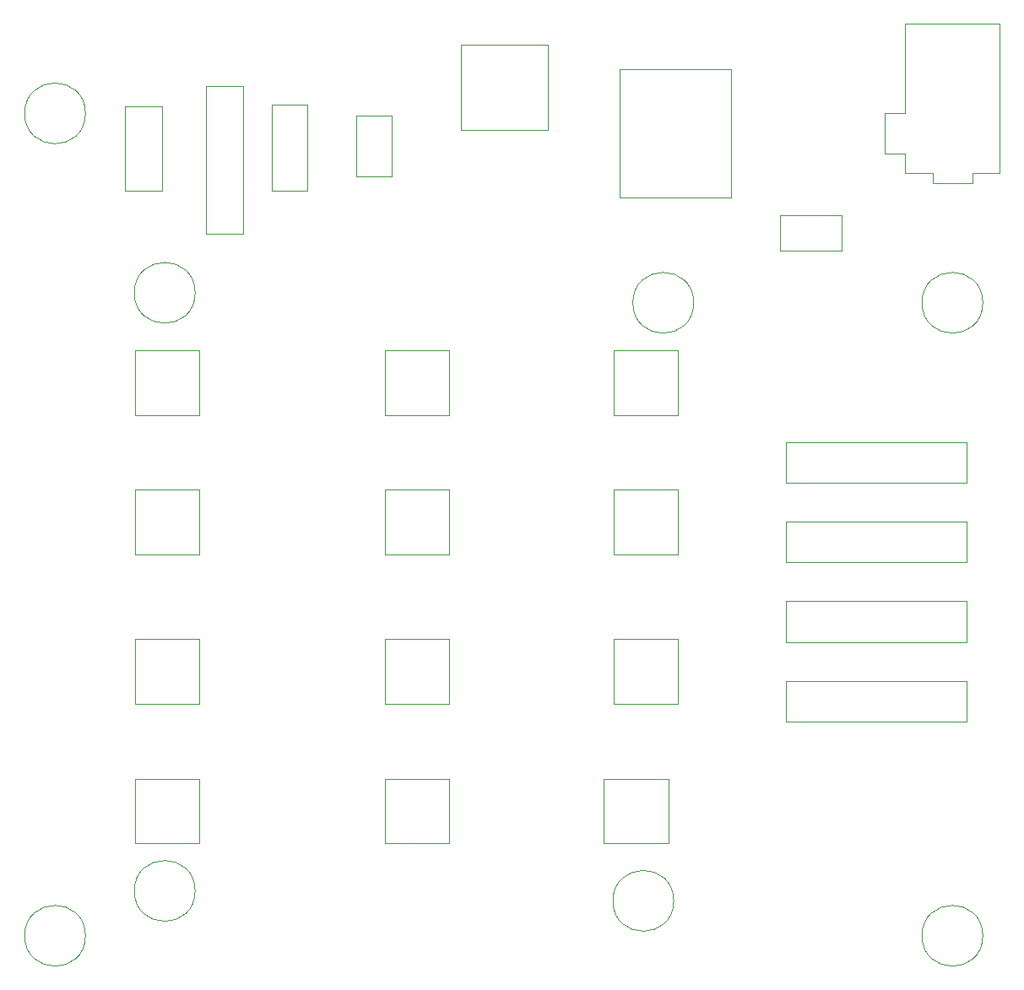
<source format=gbr>
%TF.GenerationSoftware,KiCad,Pcbnew,5.1.6-c6e7f7d~87~ubuntu20.04.1*%
%TF.CreationDate,2020-09-17T17:53:29+01:00*%
%TF.ProjectId,pcb-illuminator,7063622d-696c-46c7-956d-696e61746f72,rev?*%
%TF.SameCoordinates,Original*%
%TF.FileFunction,Other,User*%
%FSLAX46Y46*%
G04 Gerber Fmt 4.6, Leading zero omitted, Abs format (unit mm)*
G04 Created by KiCad (PCBNEW 5.1.6-c6e7f7d~87~ubuntu20.04.1) date 2020-09-17 17:53:29*
%MOMM*%
%LPD*%
G01*
G04 APERTURE LIST*
%ADD10C,0.050000*%
G04 APERTURE END LIST*
D10*
%TO.C,REF\u002A\u002A*%
X162050000Y-144000000D02*
G75*
G03*
X162050000Y-144000000I-3050000J0D01*
G01*
X114050000Y-143000000D02*
G75*
G03*
X114050000Y-143000000I-3050000J0D01*
G01*
X114050000Y-83000000D02*
G75*
G03*
X114050000Y-83000000I-3050000J0D01*
G01*
X164050000Y-84000000D02*
G75*
G03*
X164050000Y-84000000I-3050000J0D01*
G01*
X193050000Y-147500000D02*
G75*
G03*
X193050000Y-147500000I-3050000J0D01*
G01*
X103050000Y-65000000D02*
G75*
G03*
X103050000Y-65000000I-3050000J0D01*
G01*
X193050000Y-84000000D02*
G75*
G03*
X193050000Y-84000000I-3050000J0D01*
G01*
X103050000Y-147500000D02*
G75*
G03*
X103050000Y-147500000I-3050000J0D01*
G01*
%TO.C,D1*%
X162500000Y-117750000D02*
X156050000Y-117750000D01*
X162500000Y-124250000D02*
X162500000Y-117750000D01*
X156050000Y-124250000D02*
X162500000Y-124250000D01*
X156050000Y-117750000D02*
X156050000Y-124250000D01*
%TO.C,D2*%
X162500000Y-102750000D02*
X156050000Y-102750000D01*
X162500000Y-109250000D02*
X162500000Y-102750000D01*
X156050000Y-109250000D02*
X162500000Y-109250000D01*
X156050000Y-102750000D02*
X156050000Y-109250000D01*
%TO.C,D3*%
X162500000Y-88750000D02*
X156050000Y-88750000D01*
X162500000Y-95250000D02*
X162500000Y-88750000D01*
X156050000Y-95250000D02*
X162500000Y-95250000D01*
X156050000Y-88750000D02*
X156050000Y-95250000D01*
%TO.C,D4*%
X133050000Y-117750000D02*
X133050000Y-124250000D01*
X133050000Y-124250000D02*
X139500000Y-124250000D01*
X139500000Y-124250000D02*
X139500000Y-117750000D01*
X139500000Y-117750000D02*
X133050000Y-117750000D01*
%TO.C,D5*%
X133050000Y-102750000D02*
X133050000Y-109250000D01*
X133050000Y-109250000D02*
X139500000Y-109250000D01*
X139500000Y-109250000D02*
X139500000Y-102750000D01*
X139500000Y-102750000D02*
X133050000Y-102750000D01*
%TO.C,D6*%
X133050000Y-88750000D02*
X133050000Y-95250000D01*
X133050000Y-95250000D02*
X139500000Y-95250000D01*
X139500000Y-95250000D02*
X139500000Y-88750000D01*
X139500000Y-88750000D02*
X133050000Y-88750000D01*
%TO.C,D7*%
X108050000Y-117750000D02*
X108050000Y-124250000D01*
X108050000Y-124250000D02*
X114500000Y-124250000D01*
X114500000Y-124250000D02*
X114500000Y-117750000D01*
X114500000Y-117750000D02*
X108050000Y-117750000D01*
%TO.C,D8*%
X114500000Y-102750000D02*
X108050000Y-102750000D01*
X114500000Y-109250000D02*
X114500000Y-102750000D01*
X108050000Y-109250000D02*
X114500000Y-109250000D01*
X108050000Y-102750000D02*
X108050000Y-109250000D01*
%TO.C,D9*%
X114500000Y-88750000D02*
X108050000Y-88750000D01*
X114500000Y-95250000D02*
X114500000Y-88750000D01*
X108050000Y-95250000D02*
X114500000Y-95250000D01*
X108050000Y-88750000D02*
X108050000Y-95250000D01*
%TO.C,J2*%
X156640000Y-60530000D02*
X167830000Y-60530000D01*
X156640000Y-60530000D02*
X156640000Y-73470000D01*
X167830000Y-73470000D02*
X167830000Y-60530000D01*
X167830000Y-73470000D02*
X156640000Y-73470000D01*
%TO.C,J3*%
X133800000Y-65200000D02*
X130200000Y-65200000D01*
X133800000Y-71350000D02*
X133800000Y-65200000D01*
X130200000Y-71350000D02*
X133800000Y-71350000D01*
X130200000Y-65200000D02*
X130200000Y-71350000D01*
%TO.C,J4*%
X185250000Y-56000000D02*
X194750000Y-56000000D01*
X185250000Y-65000000D02*
X185250000Y-56000000D01*
X183250000Y-65000000D02*
X185250000Y-65000000D01*
X183250000Y-69000000D02*
X183250000Y-65000000D01*
X185250000Y-69000000D02*
X183250000Y-69000000D01*
X185250000Y-71000000D02*
X185250000Y-69000000D01*
X188000000Y-71000000D02*
X185250000Y-71000000D01*
X188000000Y-72000000D02*
X188000000Y-71000000D01*
X192000000Y-72000000D02*
X188000000Y-72000000D01*
X192000000Y-71000000D02*
X192000000Y-72000000D01*
X194500000Y-71000000D02*
X192000000Y-71000000D01*
X194750000Y-71000000D02*
X194750000Y-56000000D01*
X194500000Y-71000000D02*
X194750000Y-71000000D01*
%TO.C,JP1*%
X121700000Y-72800000D02*
X125300000Y-72800000D01*
X121700000Y-64150000D02*
X121700000Y-72800000D01*
X125300000Y-64150000D02*
X121700000Y-64150000D01*
X125300000Y-72800000D02*
X125300000Y-64150000D01*
%TO.C,Q1*%
X110750000Y-72790000D02*
X110750000Y-64290000D01*
X107000000Y-72790000D02*
X110750000Y-72790000D01*
X107000000Y-64290000D02*
X107000000Y-72790000D01*
X110750000Y-64290000D02*
X107000000Y-64290000D01*
%TO.C,SW1*%
X172700000Y-78800000D02*
X178850000Y-78800000D01*
X178850000Y-78800000D02*
X178850000Y-75200000D01*
X178850000Y-75200000D02*
X172700000Y-75200000D01*
X172700000Y-75200000D02*
X172700000Y-78800000D01*
%TO.C,RV1*%
X140700000Y-58100000D02*
X140700000Y-66650000D01*
X149400000Y-58100000D02*
X140700000Y-58100000D01*
X149400000Y-66650000D02*
X149400000Y-58100000D01*
X140700000Y-66650000D02*
X149400000Y-66650000D01*
%TO.C,D10*%
X155050000Y-131750000D02*
X155050000Y-138250000D01*
X155050000Y-138250000D02*
X161500000Y-138250000D01*
X161500000Y-138250000D02*
X161500000Y-131750000D01*
X161500000Y-131750000D02*
X155050000Y-131750000D01*
%TO.C,D11*%
X139500000Y-131750000D02*
X133050000Y-131750000D01*
X139500000Y-138250000D02*
X139500000Y-131750000D01*
X133050000Y-138250000D02*
X139500000Y-138250000D01*
X133050000Y-131750000D02*
X133050000Y-138250000D01*
%TO.C,D12*%
X108050000Y-131750000D02*
X108050000Y-138250000D01*
X108050000Y-138250000D02*
X114500000Y-138250000D01*
X114500000Y-138250000D02*
X114500000Y-131750000D01*
X114500000Y-131750000D02*
X108050000Y-131750000D01*
%TO.C,R1*%
X191450000Y-118050000D02*
X191450000Y-113950000D01*
X191450000Y-113950000D02*
X173310000Y-113950000D01*
X173310000Y-113950000D02*
X173310000Y-118050000D01*
X173310000Y-118050000D02*
X191450000Y-118050000D01*
%TO.C,R2*%
X173310000Y-110050000D02*
X191450000Y-110050000D01*
X173310000Y-105950000D02*
X173310000Y-110050000D01*
X191450000Y-105950000D02*
X173310000Y-105950000D01*
X191450000Y-110050000D02*
X191450000Y-105950000D01*
%TO.C,R3*%
X173310000Y-102050000D02*
X191450000Y-102050000D01*
X173310000Y-97950000D02*
X173310000Y-102050000D01*
X191450000Y-97950000D02*
X173310000Y-97950000D01*
X191450000Y-102050000D02*
X191450000Y-97950000D01*
%TO.C,R4*%
X115150000Y-62250000D02*
X115150000Y-77050000D01*
X118850000Y-62250000D02*
X115150000Y-62250000D01*
X118850000Y-77050000D02*
X118850000Y-62250000D01*
X115150000Y-77050000D02*
X118850000Y-77050000D01*
%TO.C,R5*%
X191450000Y-126050000D02*
X191450000Y-121950000D01*
X191450000Y-121950000D02*
X173310000Y-121950000D01*
X173310000Y-121950000D02*
X173310000Y-126050000D01*
X173310000Y-126050000D02*
X191450000Y-126050000D01*
%TD*%
M02*

</source>
